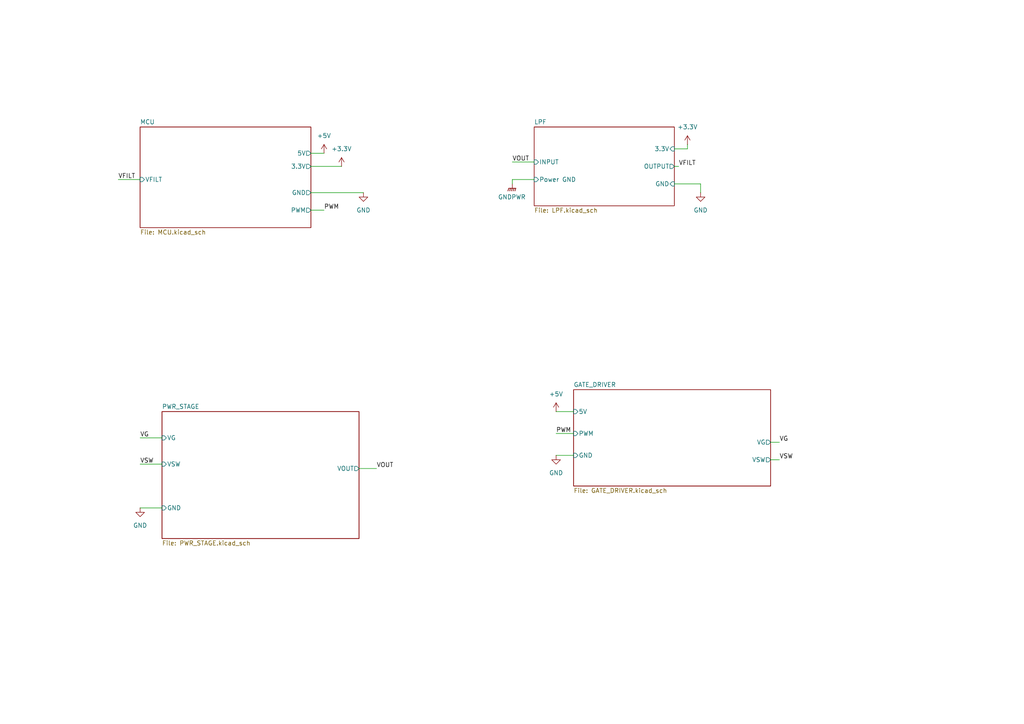
<source format=kicad_sch>
(kicad_sch (version 20231120) (generator "eeschema") (generator_version "8.0")
  (paper "A4")
  (title_block (title "buck converter") (date "2025-02-21") (rev "1") (company "M.Nguyen B.Patel S.Dupuis"))
  (lib_symbols
    (symbol "power:+3.3V" (power) (pin_numbers hide) (pin_names (offset 0) hide)
      (property "Value" "+3.3V" (at 0 3.556 0))
      (symbol "+3.3V_0_1"
        (polyline (pts (xy -0.762 1.27) (xy 0 2.54)))
        (polyline (pts (xy 0 0) (xy 0 2.54)))
        (polyline (pts (xy 0 2.54) (xy 0.762 1.27)))
      )
      (symbol "+3.3V_1_1"
        (pin power_in line (at 0 0 90) (length 0) (name "~") (number "1"))
      )
    )
    (symbol "power:+5V" (power) (pin_numbers hide) (pin_names (offset 0) hide)
      (property "Value" "+5V" (at 0 3.556 0))
      (symbol "+5V_0_1"
        (polyline (pts (xy -0.762 1.27) (xy 0 2.54)))
        (polyline (pts (xy 0 0) (xy 0 2.54)))
        (polyline (pts (xy 0 2.54) (xy 0.762 1.27)))
      )
      (symbol "+5V_1_1"
        (pin power_in line (at 0 0 90) (length 0) (name "~") (number "1"))
      )
    )
    (symbol "power:GND" (power) (pin_numbers hide) (pin_names (offset 0) hide)
      (property "Value" "GND" (at 0 -3.81 0))
      (symbol "GND_0_1"
        (polyline (pts (xy 0 0) (xy 0 -1.27) (xy 1.27 -1.27) (xy 0 -2.54) (xy -1.27 -1.27) (xy 0 -1.27)))
      )
      (symbol "GND_1_1"
        (pin power_in line (at 0 0 270) (length 0) (name "~") (number "1"))
      )
    )
    (symbol "power:GNDPWR" (power) (pin_numbers hide) (pin_names (offset 0) hide)
      (property "Value" "GNDPWR" (at 0 -3.302 0))
      (symbol "GNDPWR_0_1"
        (polyline (pts (xy 0 -1.27) (xy 0 0)))
        (polyline (pts (xy -1.016 -1.27) (xy -1.27 -2.032) (xy -1.27 -2.032)) (stroke (width 0.2032)))
        (polyline (pts (xy -0.508 -1.27) (xy -0.762 -2.032) (xy -0.762 -2.032)) (stroke (width 0.2032)))
        (polyline (pts (xy 0 -1.27) (xy -0.254 -2.032) (xy -0.254 -2.032)) (stroke (width 0.2032)))
        (polyline (pts (xy 0.508 -1.27) (xy 0.254 -2.032) (xy 0.254 -2.032)) (stroke (width 0.2032)))
        (polyline (pts (xy 1.016 -1.27) (xy -1.016 -1.27) (xy -1.016 -1.27)) (stroke (width 0.2032)))
        (polyline (pts (xy 1.016 -1.27) (xy 0.762 -2.032) (xy 0.762 -2.032) (xy 0.762 -2.032)) (stroke (width 0.2032)))
      )
      (symbol "GNDPWR_1_1"
        (pin power_in line (at 0 0 270) (length 0) (name "~") (number "1"))
      )
    )
  )
  (wire (pts (xy 34.29 52.07) (xy 40.64 52.07)))
  (wire (pts (xy 195.58 43.18) (xy 199.39 43.18)))
  (wire (pts (xy 203.2 53.34) (xy 203.2 55.88)))
  (wire (pts (xy 90.17 48.26) (xy 99.06 48.26)))
  (wire (pts (xy 161.29 125.73) (xy 166.37 125.73)))
  (wire (pts (xy 90.17 55.88) (xy 105.41 55.88)))
  (wire (pts (xy 148.59 52.07) (xy 154.94 52.07)))
  (wire (pts (xy 93.98 60.96) (xy 90.17 60.96)))
  (wire (pts (xy 195.58 53.34) (xy 203.2 53.34)))
  (wire (pts (xy 161.29 119.38) (xy 166.37 119.38)))
  (wire (pts (xy 93.98 44.45) (xy 90.17 44.45)))
  (wire (pts (xy 148.59 53.34) (xy 148.59 52.07)))
  (wire (pts (xy 148.59 46.99) (xy 154.94 46.99)))
  (wire (pts (xy 199.39 43.18) (xy 199.39 41.91)))
  (wire (pts (xy 104.14 135.89) (xy 109.22 135.89)))
  (wire (pts (xy 196.85 48.26) (xy 195.58 48.26)))
  (wire (pts (xy 226.06 128.27) (xy 223.52 128.27)))
  (wire (pts (xy 161.29 132.08) (xy 166.37 132.08)))
  (wire (pts (xy 40.64 134.62) (xy 46.99 134.62)))
  (wire (pts (xy 226.06 133.35) (xy 223.52 133.35)))
  (wire (pts (xy 40.64 147.32) (xy 46.99 147.32)))
  (wire (pts (xy 40.64 127) (xy 46.99 127)))
  (label "VFILT" (at 196.85 48.26 0))
  (label "PWM" (at 161.29 125.73 0))
  (label "VG" (at 226.06 128.27 0))
  (label "VOUT" (at 148.59 46.99 0))
  (label "PWM" (at 93.98 60.96 0))
  (label "VSW" (at 40.64 134.62 0))
  (label "VFILT" (at 34.29 52.07 0))
  (label "VSW" (at 226.06 133.35 0))
  (label "VOUT" (at 109.22 135.89 0))
  (label "VG" (at 40.64 127 0))
  (symbol (lib_id "power:+3.3V") (at 199.39 41.91 0) (unit 1)
    (property "Reference" "#PWR02" (effects (hide yes)))
    (property "Value" "+3.3V" (at 199.39 36.83 0))
    (property "Description" "Power symbol creates a global label with name \"+3.3V\"" (effects (hide yes)))
  )
  (symbol (lib_id "power:GND") (at 161.29 132.08 0) (unit 1)
    (property "Reference" "#PWR07" (effects (hide yes)))
    (property "Value" "GND" (at 161.29 137.16 0))
    (property "Description" "Power symbol creates a global label with name \"GND\" , ground" (effects (hide yes)))
  )
  (symbol (lib_id "power:GNDPWR") (at 148.59 53.34 0) (unit 1)
    (property "Reference" "#PWR030" (effects (hide yes)))
    (property "Value" "GNDPWR" (at 148.463 57.15 0))
    (property "Description" "Power symbol creates a global label with name \"GNDPWR\" , global ground" (effects (hide yes)))
  )
  (symbol (lib_id "power:GND") (at 40.64 147.32 0) (unit 1)
    (property "Reference" "#PWR08" (effects (hide yes)))
    (property "Value" "GND" (at 40.64 152.4 0))
    (property "Description" "Power symbol creates a global label with name \"GND\" , ground" (effects (hide yes)))
  )
  (symbol (lib_id "power:+3.3V") (at 99.06 48.26 0) (unit 1)
    (property "Reference" "#PWR04" (effects (hide yes)))
    (property "Value" "+3.3V" (at 99.06 43.18 0))
    (property "Description" "Power symbol creates a global label with name \"+3.3V\"" (effects (hide yes)))
  )
  (symbol (lib_id "power:GND") (at 105.41 55.88 0) (unit 1)
    (property "Reference" "#PWR01" (effects (hide yes)))
    (property "Value" "GND" (at 105.41 60.96 0))
    (property "Description" "Power symbol creates a global label with name \"GND\" , ground" (effects (hide yes)))
  )
  (symbol (lib_id "power:+5V") (at 93.98 44.45 0) (unit 1)
    (property "Reference" "#PWR05" (effects (hide yes)))
    (property "Value" "+5V" (at 93.98 39.37 0))
    (property "Description" "Power symbol creates a global label with name \"+5V\"" (effects (hide yes)))
  )
  (symbol (lib_id "power:+5V") (at 161.29 119.38 0) (unit 1)
    (property "Reference" "#PWR06" (effects (hide yes)))
    (property "Value" "+5V" (at 161.29 114.3 0))
    (property "Description" "Power symbol creates a global label with name \"+5V\"" (effects (hide yes)))
  )
  (symbol (lib_id "power:GND") (at 203.2 55.88 0) (unit 1)
    (property "Reference" "#PWR03" (effects (hide yes)))
    (property "Value" "GND" (at 203.2 60.96 0))
    (property "Description" "Power symbol creates a global label with name \"GND\" , ground" (effects (hide yes)))
  )
  (sheet (at 154.94 36.83) (size 40.64 22.86) (stroke (width 0.1524))
    (property "Sheetname" "LPF" (at 154.94 36.1184 0) (effects (justify left bottom)))
    (property "Sheetfile" "LPF.kicad_sch" (at 154.94 60.2746 0) (effects (justify left top)))
    (pin "3.3V" input (at 195.58 43.18 0))
    (pin "INPUT" input (at 154.94 46.99 180))
    (pin "GND" input (at 195.58 53.34 0))
    (pin "OUTPUT" output (at 195.58 48.26 0))
    (pin "Power GND" input (at 154.94 52.07 180))
  )
  (sheet (at 166.37 113.03) (size 57.15 27.94) (stroke (width 0.1524))
    (property "Sheetname" "GATE_DRIVER" (at 166.37 112.3184 0) (effects (justify left bottom)))
    (property "Sheetfile" "GATE_DRIVER.kicad_sch" (at 166.37 141.5546 0) (effects (justify left top)))
    (pin "5V" input (at 166.37 119.38 180))
    (pin "PWM" input (at 166.37 125.73 180))
    (pin "GND" input (at 166.37 132.08 180))
    (pin "VG" output (at 223.52 128.27 0))
    (pin "VSW" output (at 223.52 133.35 0))
  )
  (sheet (at 46.99 119.38) (size 57.15 36.83) (stroke (width 0.1524))
    (property "Sheetname" "PWR_STAGE" (at 46.99 118.6684 0) (effects (justify left bottom)))
    (property "Sheetfile" "PWR_STAGE.kicad_sch" (at 46.99 156.7946 0) (effects (justify left top)))
    (pin "VG" input (at 46.99 127 180))
    (pin "VSW" input (at 46.99 134.62 180))
    (pin "GND" input (at 46.99 147.32 180))
    (pin "VOUT" output (at 104.14 135.89 0))
  )
  (sheet (at 40.64 36.83) (size 49.53 29.21) (stroke (width 0.1524))
    (property "Sheetname" "MCU" (at 40.64 36.1184 0) (effects (justify left bottom)))
    (property "Sheetfile" "MCU.kicad_sch" (at 40.64 66.6246 0) (effects (justify left top)))
    (pin "5V" output (at 90.17 44.45 0))
    (pin "3.3V" output (at 90.17 48.26 0))
    (pin "GND" output (at 90.17 55.88 0))
    (pin "PWM" output (at 90.17 60.96 0))
    (pin "VFILT" input (at 40.64 52.07 180))
  )
)
</source>
